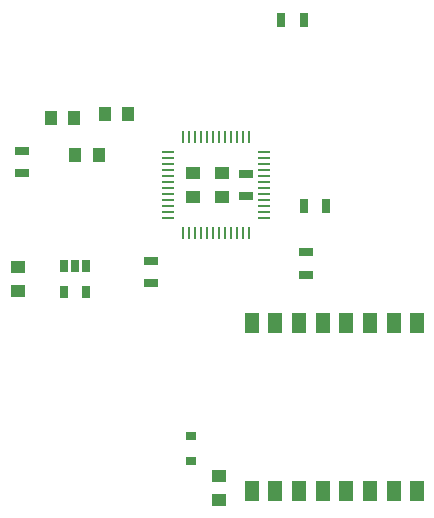
<source format=gbp>
G04 #@! TF.GenerationSoftware,KiCad,Pcbnew,5.1.6-c6e7f7d~87~ubuntu18.04.1*
G04 #@! TF.CreationDate,2020-07-19T23:01:31+05:30*
G04 #@! TF.ProjectId,Sensor_pcb_v1,53656e73-6f72-45f7-9063-625f76312e6b,rev?*
G04 #@! TF.SameCoordinates,Original*
G04 #@! TF.FileFunction,Paste,Bot*
G04 #@! TF.FilePolarity,Positive*
%FSLAX46Y46*% 
G04 Gerber Fmt 4.6, Leading zero omitted, Abs format (unit mm)*
G04 Created by KiCad (PCBNEW 5.1.6-c6e7f7d~87~ubuntu18.04.1) date 2020-07-19 23:01:31*
%MOMM*%
%LPD*%
G01*
G04 APERTURE LIST*
%ADD10R,1.300000X0.700000*%
%ADD11R,0.700000X1.300000*%
%ADD12R,1.200000X1.700000*%
%ADD13R,1.000000X1.250000*%
%ADD14R,1.250000X1.000000*%
%ADD15R,0.900000X0.800000*%
%ADD16R,0.650000X1.060000*%
%ADD17R,0.230000X1.000000*%
%ADD18R,1.000000X0.230000*%
G04 APERTURE END LIST*
D10*
X55030000Y-42640000D03*
X55030000Y-40740000D03*
D11*
X54830000Y-36800000D03*
X56730000Y-36800000D03*
D12*
X64420000Y-46780000D03*
X62420000Y-46780000D03*
X60420000Y-46780000D03*
X58420000Y-46780000D03*
X56420000Y-46780000D03*
X54420000Y-46780000D03*
X52420000Y-46780000D03*
X50420000Y-46780000D03*
X50420000Y-60980000D03*
X52420000Y-60980000D03*
X54420000Y-60980000D03*
X56420000Y-60980000D03*
X58420000Y-60980000D03*
X60420000Y-60980000D03*
X62420000Y-60980000D03*
X64420000Y-60980000D03*
D13*
X35460000Y-32560000D03*
X37460000Y-32560000D03*
X35390000Y-29410000D03*
X33390000Y-29410000D03*
D14*
X45410000Y-36080000D03*
X45410000Y-34080000D03*
X47910000Y-34080000D03*
X47910000Y-36080000D03*
D13*
X37960000Y-29060000D03*
X39960000Y-29060000D03*
D14*
X47620000Y-61710000D03*
X47620000Y-59710000D03*
X30600000Y-42030000D03*
X30600000Y-44030000D03*
D15*
X45240000Y-58400000D03*
X45240000Y-56300000D03*
D10*
X30960000Y-34060000D03*
X30960000Y-32160000D03*
X49910000Y-34130000D03*
X49910000Y-36030000D03*
X41900000Y-41470000D03*
X41900000Y-43370000D03*
D11*
X52930000Y-21090000D03*
X54830000Y-21090000D03*
D16*
X34510000Y-41960000D03*
X35460000Y-41960000D03*
X36410000Y-41960000D03*
X36410000Y-44160000D03*
X34510000Y-44160000D03*
D17*
X49704000Y-31024000D03*
D18*
X43354000Y-32294000D03*
X43354000Y-32802000D03*
X43354000Y-33310000D03*
X43354000Y-33818000D03*
X43354000Y-34326000D03*
X43354000Y-34834000D03*
X43354000Y-35342000D03*
X43354000Y-35850000D03*
X43354000Y-36358000D03*
X43354000Y-36866000D03*
X43354000Y-37374000D03*
X43354000Y-37882000D03*
D17*
X44624000Y-39152000D03*
X45132000Y-39152000D03*
X46148000Y-39152000D03*
X46656000Y-39152000D03*
X47164000Y-39152000D03*
X47672000Y-39152000D03*
X48180000Y-39152000D03*
X48688000Y-39152000D03*
X49196000Y-39152000D03*
X49704000Y-39152000D03*
X50212000Y-39152000D03*
D18*
X51482000Y-37374000D03*
X51482000Y-36866000D03*
X51482000Y-36358000D03*
X51482000Y-35850000D03*
X51482000Y-35342000D03*
X51482000Y-34834000D03*
X51482000Y-34326000D03*
X51482000Y-33818000D03*
X51482000Y-33310000D03*
X51482000Y-32802000D03*
X51482000Y-32294000D03*
D17*
X50212000Y-31024000D03*
X49196000Y-31024000D03*
X48688000Y-31024000D03*
X48180000Y-31024000D03*
X47672000Y-31024000D03*
X47164000Y-31024000D03*
X46656000Y-31024000D03*
X46148000Y-31024000D03*
X45640000Y-31024000D03*
X45132000Y-31024000D03*
X44624000Y-31024000D03*
D18*
X51482000Y-37882000D03*
D17*
X45640000Y-39152000D03*
M02*

</source>
